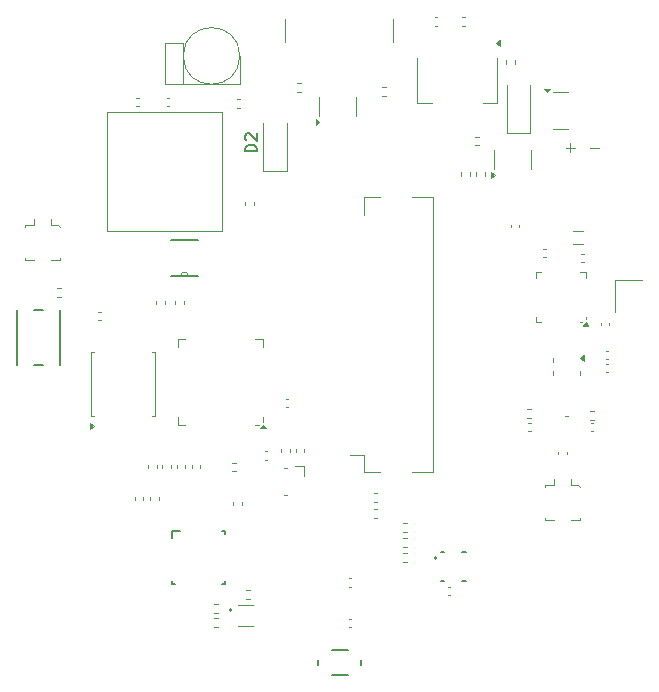
<source format=gbr>
%TF.GenerationSoftware,KiCad,Pcbnew,8.0.1*%
%TF.CreationDate,2024-05-30T22:25:26-04:00*%
%TF.ProjectId,esp32s3,65737033-3273-4332-9e6b-696361645f70,rev?*%
%TF.SameCoordinates,Original*%
%TF.FileFunction,Legend,Top*%
%TF.FilePolarity,Positive*%
%FSLAX46Y46*%
G04 Gerber Fmt 4.6, Leading zero omitted, Abs format (unit mm)*
G04 Created by KiCad (PCBNEW 8.0.1) date 2024-05-30 22:25:26*
%MOMM*%
%LPD*%
G01*
G04 APERTURE LIST*
%ADD10C,0.150000*%
%ADD11C,0.100000*%
%ADD12C,0.152400*%
%ADD13C,0.120000*%
%ADD14C,0.200000*%
%ADD15C,0.127000*%
G04 APERTURE END LIST*
D10*
X123054819Y-56488094D02*
X122054819Y-56488094D01*
X122054819Y-56488094D02*
X122054819Y-56249999D01*
X122054819Y-56249999D02*
X122102438Y-56107142D01*
X122102438Y-56107142D02*
X122197676Y-56011904D01*
X122197676Y-56011904D02*
X122292914Y-55964285D01*
X122292914Y-55964285D02*
X122483390Y-55916666D01*
X122483390Y-55916666D02*
X122626247Y-55916666D01*
X122626247Y-55916666D02*
X122816723Y-55964285D01*
X122816723Y-55964285D02*
X122911961Y-56011904D01*
X122911961Y-56011904D02*
X123007200Y-56107142D01*
X123007200Y-56107142D02*
X123054819Y-56249999D01*
X123054819Y-56249999D02*
X123054819Y-56488094D01*
X122150057Y-55535713D02*
X122102438Y-55488094D01*
X122102438Y-55488094D02*
X122054819Y-55392856D01*
X122054819Y-55392856D02*
X122054819Y-55154761D01*
X122054819Y-55154761D02*
X122102438Y-55059523D01*
X122102438Y-55059523D02*
X122150057Y-55011904D01*
X122150057Y-55011904D02*
X122245295Y-54964285D01*
X122245295Y-54964285D02*
X122340533Y-54964285D01*
X122340533Y-54964285D02*
X122483390Y-55011904D01*
X122483390Y-55011904D02*
X123054819Y-55583332D01*
X123054819Y-55583332D02*
X123054819Y-54964285D01*
D11*
X149203884Y-56191466D02*
X149965789Y-56191466D01*
X149584836Y-56572419D02*
X149584836Y-55810514D01*
X151253884Y-56191466D02*
X152015789Y-56191466D01*
D12*
%TO.C,U12*%
X149230452Y-78940260D02*
G75*
G02*
X149369546Y-78940260I69547J-31140D01*
G01*
D13*
%TO.C,J1*%
X125445000Y-45295000D02*
X125445000Y-47215000D01*
X134605000Y-47215000D02*
X134605000Y-45295000D01*
D12*
%TO.C,SW2*%
X102696201Y-69925901D02*
X102696201Y-74574101D01*
X104138342Y-74574101D02*
X104911660Y-74574101D01*
X106353801Y-74574101D02*
X106353801Y-69925901D01*
X104911660Y-69925901D02*
X104138342Y-69925901D01*
D13*
%TO.C,C19*%
X148540000Y-82107836D02*
X148540000Y-81892164D01*
X149260000Y-82107836D02*
X149260000Y-81892164D01*
%TO.C,C33*%
X139212164Y-93340000D02*
X139427836Y-93340000D01*
X139212164Y-94060000D02*
X139427836Y-94060000D01*
%TO.C,C16*%
X115392164Y-51940000D02*
X115607836Y-51940000D01*
X115392164Y-52660000D02*
X115607836Y-52660000D01*
%TO.C,C18*%
X147507836Y-64740000D02*
X147292164Y-64740000D01*
X147507836Y-65460000D02*
X147292164Y-65460000D01*
%TO.C,Q3*%
X122705000Y-94900000D02*
X121405000Y-94900000D01*
X122705000Y-96700000D02*
X121405000Y-96700000D01*
D10*
X120880000Y-95290000D02*
G75*
G02*
X120730000Y-95290000I-75000J0D01*
G01*
X120730000Y-95290000D02*
G75*
G02*
X120880000Y-95290000I75000J0D01*
G01*
D13*
%TO.C,C1*%
X126336820Y-81917836D02*
X126336820Y-81702164D01*
X127056820Y-81917836D02*
X127056820Y-81702164D01*
%TO.C,R12*%
X151246359Y-78420000D02*
X151553641Y-78420000D01*
X151246359Y-79180000D02*
X151553641Y-79180000D01*
%TO.C,X1*%
X125588180Y-83325000D02*
X125368180Y-83325000D01*
X125588180Y-85545000D02*
X125368180Y-85545000D01*
X126228180Y-83145000D02*
X127018180Y-83145000D01*
X127018180Y-83935000D02*
X127018180Y-83145000D01*
%TO.C,L4*%
X149820378Y-63210000D02*
X150619622Y-63210000D01*
X149820378Y-64330000D02*
X150619622Y-64330000D01*
%TO.C,J4*%
X147400000Y-84700000D02*
X148200000Y-84700000D01*
X147400000Y-84900000D02*
X147400000Y-84700000D01*
X147400000Y-87700000D02*
X147400000Y-87500000D01*
X148200000Y-84700000D02*
X148200000Y-84200000D01*
X148200000Y-87700000D02*
X147400000Y-87700000D01*
X149600000Y-84700000D02*
X149600000Y-84200000D01*
X149600000Y-84700000D02*
X150200000Y-84700000D01*
X150200000Y-84700000D02*
X150400000Y-84900000D01*
X150400000Y-87500000D02*
X150400000Y-87700000D01*
X150400000Y-87700000D02*
X149600000Y-87700000D01*
%TO.C,R16*%
X121020000Y-86146359D02*
X121020000Y-86453641D01*
X121780000Y-86146359D02*
X121780000Y-86453641D01*
%TO.C,R7*%
X133636359Y-51020000D02*
X133943641Y-51020000D01*
X133636359Y-51780000D02*
X133943641Y-51780000D01*
D12*
%TO.C,U9*%
X128225000Y-99551387D02*
X128225000Y-99950413D01*
X129370540Y-100779600D02*
X130737060Y-100779600D01*
X130737060Y-98722200D02*
X129370540Y-98722200D01*
X131882600Y-99950413D02*
X131882600Y-99551387D01*
D13*
%TO.C,J5*%
X137950000Y-83650000D02*
X137950000Y-60350000D01*
X137950000Y-60350000D02*
X136210000Y-60350000D01*
X136210000Y-83650000D02*
X137950000Y-83650000D01*
X132150000Y-83650000D02*
X133490000Y-83650000D01*
X132150000Y-82160000D02*
X132150000Y-83650000D01*
X132150000Y-82160000D02*
X130950000Y-82160000D01*
X132150000Y-61840000D02*
X132150000Y-60350000D01*
X132150000Y-60350000D02*
X133490000Y-60350000D01*
%TO.C,C6*%
X115040000Y-83072164D02*
X115040000Y-83287836D01*
X115760000Y-83072164D02*
X115760000Y-83287836D01*
%TO.C,U10*%
X108975000Y-73475000D02*
X109235000Y-73475000D01*
X108975000Y-76200000D02*
X108975000Y-73475000D01*
X108975000Y-76200000D02*
X108975000Y-78925000D01*
X108975000Y-78925000D02*
X109235000Y-78925000D01*
X114425000Y-73475000D02*
X114165000Y-73475000D01*
X114425000Y-76200000D02*
X114425000Y-73475000D01*
X114425000Y-76200000D02*
X114425000Y-78925000D01*
X114425000Y-78925000D02*
X114165000Y-78925000D01*
X109235000Y-79707500D02*
X108905000Y-79947500D01*
X108905000Y-79467500D01*
X109235000Y-79707500D01*
G36*
X109235000Y-79707500D02*
G01*
X108905000Y-79947500D01*
X108905000Y-79467500D01*
X109235000Y-79707500D01*
G37*
%TO.C,C20*%
X152592164Y-74440000D02*
X152807836Y-74440000D01*
X152592164Y-75160000D02*
X152807836Y-75160000D01*
%TO.C,C14*%
X140412164Y-45140000D02*
X140627836Y-45140000D01*
X140412164Y-45860000D02*
X140627836Y-45860000D01*
%TO.C,R1*%
X106136359Y-68780000D02*
X106443641Y-68780000D01*
X106136359Y-68020000D02*
X106443641Y-68020000D01*
%TO.C,C3*%
X113440000Y-85762164D02*
X113440000Y-85977836D01*
X112720000Y-85762164D02*
X112720000Y-85977836D01*
%TO.C,U3*%
X128290000Y-52662500D02*
X128290000Y-51862500D01*
X128290000Y-52662500D02*
X128290000Y-53462500D01*
X131410000Y-52662500D02*
X131410000Y-51862500D01*
X131410000Y-52662500D02*
X131410000Y-53462500D01*
X128340000Y-53962500D02*
X128010000Y-54202500D01*
X128010000Y-53722500D01*
X128340000Y-53962500D01*
G36*
X128340000Y-53962500D02*
G01*
X128010000Y-54202500D01*
X128010000Y-53722500D01*
X128340000Y-53962500D01*
G37*
D12*
%TO.C,U5*%
X115757000Y-66998600D02*
X116595200Y-66998600D01*
X116595200Y-66998600D02*
X117204800Y-66998600D01*
X117204800Y-66998600D02*
X118043000Y-66998600D01*
X118043000Y-64001400D02*
X115757000Y-64001400D01*
D11*
X116595200Y-66998600D02*
G75*
G02*
X117204800Y-66998600I304800J0D01*
G01*
D13*
%TO.C,Q1_Xtal1*%
X153380000Y-67400000D02*
X153380000Y-70100000D01*
X155680000Y-67400000D02*
X153380000Y-67400000D01*
%TO.C,C11*%
X116140000Y-69387836D02*
X116140000Y-69172164D01*
X116860000Y-69387836D02*
X116860000Y-69172164D01*
%TO.C,R24*%
X119446359Y-94820000D02*
X119753641Y-94820000D01*
X119446359Y-95580000D02*
X119753641Y-95580000D01*
%TO.C,C4*%
X131027836Y-92640000D02*
X130812164Y-92640000D01*
X131027836Y-93360000D02*
X130812164Y-93360000D01*
%TO.C,C7*%
X113840000Y-83072164D02*
X113840000Y-83287836D01*
X114560000Y-83072164D02*
X114560000Y-83287836D01*
%TO.C,C23*%
X152592164Y-73340000D02*
X152807836Y-73340000D01*
X152592164Y-74060000D02*
X152807836Y-74060000D01*
%TO.C,R23*%
X122453641Y-93620000D02*
X122146359Y-93620000D01*
X122453641Y-94380000D02*
X122146359Y-94380000D01*
%TO.C,U4*%
X143140000Y-57200000D02*
X143140000Y-56400000D01*
X143140000Y-57200000D02*
X143140000Y-58000000D01*
X146260000Y-57200000D02*
X146260000Y-56400000D01*
X146260000Y-57200000D02*
X146260000Y-58000000D01*
X143190000Y-58500000D02*
X142860000Y-58740000D01*
X142860000Y-58260000D01*
X143190000Y-58500000D01*
G36*
X143190000Y-58500000D02*
G01*
X142860000Y-58740000D01*
X142860000Y-58260000D01*
X143190000Y-58500000D01*
G37*
%TO.C,C5*%
X123931016Y-81850000D02*
X123715344Y-81850000D01*
X123931016Y-82570000D02*
X123715344Y-82570000D01*
%TO.C,R5*%
X120936359Y-82820000D02*
X121243641Y-82820000D01*
X120936359Y-83580000D02*
X121243641Y-83580000D01*
%TO.C,C24*%
X132992164Y-85440000D02*
X133207836Y-85440000D01*
X132992164Y-86160000D02*
X133207836Y-86160000D01*
%TO.C,R14*%
X135446359Y-87920000D02*
X135753641Y-87920000D01*
X135446359Y-88680000D02*
X135753641Y-88680000D01*
%TO.C,C12*%
X114540000Y-69367836D02*
X114540000Y-69152164D01*
X115260000Y-69367836D02*
X115260000Y-69152164D01*
%TO.C,C22*%
X109612164Y-70040000D02*
X109827836Y-70040000D01*
X109612164Y-70760000D02*
X109827836Y-70760000D01*
%TO.C,R15*%
X135436359Y-89220000D02*
X135743641Y-89220000D01*
X135436359Y-89980000D02*
X135743641Y-89980000D01*
D14*
%TO.C,U11*%
X115875002Y-88625001D02*
X116500002Y-88625001D01*
X115875002Y-89250001D02*
X115875002Y-88625001D01*
X115875002Y-93074999D02*
X115875002Y-92850001D01*
X115875002Y-93074999D02*
X116100000Y-93074999D01*
X120100002Y-88625001D02*
X120325000Y-88625001D01*
X120100002Y-93074999D02*
X120325000Y-93074999D01*
X120325000Y-88849999D02*
X120325000Y-88625001D01*
X120325000Y-93074999D02*
X120325000Y-92850001D01*
D13*
%TO.C,C32*%
X146207836Y-79440000D02*
X145992164Y-79440000D01*
X146207836Y-80160000D02*
X145992164Y-80160000D01*
%TO.C,R4*%
X122020000Y-60746359D02*
X122020000Y-61053641D01*
X122780000Y-60746359D02*
X122780000Y-61053641D01*
%TO.C,R3*%
X121643641Y-52020000D02*
X121336359Y-52020000D01*
X121643641Y-52780000D02*
X121336359Y-52780000D01*
%TO.C,D2*%
X123600000Y-58110000D02*
X123600000Y-54100000D01*
X123600000Y-58110000D02*
X125600000Y-58110000D01*
X125600000Y-58110000D02*
X125600000Y-54100000D01*
%TO.C,D1*%
X144200000Y-54910000D02*
X144200000Y-50900000D01*
X144200000Y-54910000D02*
X146200000Y-54910000D01*
X146200000Y-54910000D02*
X146200000Y-50900000D01*
%TO.C,ATGM336H1*%
D11*
X110350000Y-53150000D02*
X120050000Y-53150000D01*
X120050000Y-63250000D01*
X110350000Y-63250000D01*
X110350000Y-53150000D01*
D13*
%TO.C,C15*%
X113027836Y-51940000D02*
X112812164Y-51940000D01*
X113027836Y-52660000D02*
X112812164Y-52660000D01*
%TO.C,C31*%
X151292164Y-79440000D02*
X151507836Y-79440000D01*
X151292164Y-80160000D02*
X151507836Y-80160000D01*
%TO.C,Q1*%
X148762500Y-51440000D02*
X148112500Y-51440000D01*
X148762500Y-51440000D02*
X149412500Y-51440000D01*
X148762500Y-54560000D02*
X148112500Y-54560000D01*
X148762500Y-54560000D02*
X149412500Y-54560000D01*
X147600000Y-51490000D02*
X147360000Y-51160000D01*
X147840000Y-51160000D01*
X147600000Y-51490000D01*
G36*
X147600000Y-51490000D02*
G01*
X147360000Y-51160000D01*
X147840000Y-51160000D01*
X147600000Y-51490000D01*
G37*
%TO.C,R9*%
X144120000Y-49053641D02*
X144120000Y-48746359D01*
X144880000Y-49053641D02*
X144880000Y-48746359D01*
%TO.C,C8*%
X116240000Y-83072164D02*
X116240000Y-83287836D01*
X116960000Y-83072164D02*
X116960000Y-83287836D01*
%TO.C,U2*%
X136590000Y-48600000D02*
X136590000Y-52360000D01*
X136590000Y-52360000D02*
X137850000Y-52360000D01*
X143410000Y-48600000D02*
X143410000Y-52360000D01*
X143410000Y-52360000D02*
X142150000Y-52360000D01*
X143640000Y-47560000D02*
X143310000Y-47320000D01*
X143640000Y-47080000D01*
X143640000Y-47560000D01*
G36*
X143640000Y-47560000D02*
G01*
X143310000Y-47320000D01*
X143640000Y-47080000D01*
X143640000Y-47560000D01*
G37*
%TO.C,R22*%
X119446359Y-96020000D02*
X119753641Y-96020000D01*
X119446359Y-96780000D02*
X119753641Y-96780000D01*
%TO.C,FL1*%
X148140000Y-74290000D02*
X148140000Y-73965000D01*
X148140000Y-75110000D02*
X148140000Y-75435000D01*
X150360000Y-75110000D02*
X150360000Y-75435000D01*
X150700000Y-74200000D02*
X150370000Y-73960000D01*
X150700000Y-73720000D01*
X150700000Y-74200000D01*
G36*
X150700000Y-74200000D02*
G01*
X150370000Y-73960000D01*
X150700000Y-73720000D01*
X150700000Y-74200000D01*
G37*
%TO.C,R2*%
X114760000Y-86023641D02*
X114760000Y-85716359D01*
X114000000Y-86023641D02*
X114000000Y-85716359D01*
D11*
%TO.C,BT1*%
X121600000Y-48400000D02*
G75*
G02*
X116800000Y-48400000I-2400000J0D01*
G01*
X116800000Y-48400000D02*
G75*
G02*
X121600000Y-48400000I2400000J0D01*
G01*
X121600000Y-48400000D02*
X121600000Y-50800000D01*
X119200000Y-50800000D02*
X121600000Y-50800000D01*
X116800000Y-50800000D02*
X119200000Y-50800000D01*
X116800000Y-50800000D02*
X115300000Y-50800000D01*
X116800000Y-48400000D02*
X116800000Y-50800000D01*
X116800000Y-47300000D02*
X116800000Y-48400000D01*
X115300000Y-50800000D02*
X115300000Y-47300000D01*
X115300000Y-47300000D02*
X116800000Y-47300000D01*
D13*
%TO.C,C9*%
X117540000Y-83072164D02*
X117540000Y-83287836D01*
X118260000Y-83072164D02*
X118260000Y-83287836D01*
%TO.C,R8*%
X141843641Y-55220000D02*
X141536359Y-55220000D01*
X141843641Y-55980000D02*
X141536359Y-55980000D01*
%TO.C,C17*%
X152140000Y-70992164D02*
X152140000Y-71207836D01*
X152860000Y-70992164D02*
X152860000Y-71207836D01*
%TO.C,C2*%
X131027836Y-96040000D02*
X130812164Y-96040000D01*
X131027836Y-96760000D02*
X130812164Y-96760000D01*
%TO.C,R10*%
X141620000Y-58553641D02*
X141620000Y-58246359D01*
X142380000Y-58553641D02*
X142380000Y-58246359D01*
%TO.C,U1*%
X123800000Y-79940000D02*
X123320000Y-79940000D01*
X123560000Y-79610000D01*
X123800000Y-79940000D01*
G36*
X123800000Y-79940000D02*
G01*
X123320000Y-79940000D01*
X123560000Y-79610000D01*
X123800000Y-79940000D01*
G37*
X123560000Y-78960000D02*
X123560000Y-79370000D01*
X123560000Y-72390000D02*
X123560000Y-73040000D01*
X122910000Y-79610000D02*
X123260000Y-79610000D01*
X122910000Y-72390000D02*
X123560000Y-72390000D01*
X116990000Y-79610000D02*
X116340000Y-79610000D01*
X116990000Y-72390000D02*
X116340000Y-72390000D01*
X116340000Y-79610000D02*
X116340000Y-78960000D01*
X116340000Y-72390000D02*
X116340000Y-73040000D01*
%TO.C,R13*%
X146253641Y-78320000D02*
X145946359Y-78320000D01*
X146253641Y-79080000D02*
X145946359Y-79080000D01*
%TO.C,R19*%
X133243641Y-86720000D02*
X132936359Y-86720000D01*
X133243641Y-87480000D02*
X132936359Y-87480000D01*
%TO.C,R6*%
X126743641Y-50720000D02*
X126436359Y-50720000D01*
X126743641Y-51480000D02*
X126436359Y-51480000D01*
%TO.C,R17*%
X135436359Y-90520000D02*
X135743641Y-90520000D01*
X135436359Y-91280000D02*
X135743641Y-91280000D01*
D15*
%TO.C,U8*%
X138915000Y-90411000D02*
X138605000Y-90411000D01*
X138915000Y-92889000D02*
X138605000Y-92889000D01*
X140395000Y-90411000D02*
X140705000Y-90411000D01*
X140395000Y-92889000D02*
X140705000Y-92889000D01*
D14*
X138255000Y-90900000D02*
G75*
G02*
X138055000Y-90900000I-100000J0D01*
G01*
X138055000Y-90900000D02*
G75*
G02*
X138255000Y-90900000I100000J0D01*
G01*
D13*
%TO.C,C13*%
X138092164Y-45140000D02*
X138307836Y-45140000D01*
X138092164Y-45860000D02*
X138307836Y-45860000D01*
%TO.C,U6*%
X151110000Y-71280000D02*
X150630000Y-71280000D01*
X150870000Y-70950000D01*
X151110000Y-71280000D01*
G36*
X151110000Y-71280000D02*
G01*
X150630000Y-71280000D01*
X150870000Y-70950000D01*
X151110000Y-71280000D01*
G37*
X150870000Y-70475000D02*
X150870000Y-70710000D01*
X150870000Y-66730000D02*
X150870000Y-67205000D01*
X150395000Y-70950000D02*
X150570000Y-70950000D01*
X150395000Y-66730000D02*
X150870000Y-66730000D01*
X147125000Y-70950000D02*
X146650000Y-70950000D01*
X147125000Y-66730000D02*
X146650000Y-66730000D01*
X146650000Y-70950000D02*
X146650000Y-70475000D01*
X146650000Y-66730000D02*
X146650000Y-67205000D01*
%TO.C,C21*%
X150697836Y-65160000D02*
X150482164Y-65160000D01*
X150697836Y-65880000D02*
X150482164Y-65880000D01*
%TO.C,C10*%
X125492164Y-77420000D02*
X125707836Y-77420000D01*
X125492164Y-78140000D02*
X125707836Y-78140000D01*
%TO.C,J3*%
X103400000Y-62700000D02*
X104200000Y-62700000D01*
X103400000Y-62900000D02*
X103400000Y-62700000D01*
X103400000Y-65700000D02*
X103400000Y-65500000D01*
X104200000Y-62700000D02*
X104200000Y-62200000D01*
X104200000Y-65700000D02*
X103400000Y-65700000D01*
X105600000Y-62700000D02*
X105600000Y-62200000D01*
X105600000Y-62700000D02*
X106200000Y-62700000D01*
X106200000Y-62700000D02*
X106400000Y-62900000D01*
X106400000Y-65500000D02*
X106400000Y-65700000D01*
X106400000Y-65700000D02*
X105600000Y-65700000D01*
%TO.C,R18*%
X125120000Y-81656359D02*
X125120000Y-81963641D01*
X125880000Y-81656359D02*
X125880000Y-81963641D01*
%TO.C,C25*%
X145260000Y-62672164D02*
X145260000Y-62887836D01*
X144540000Y-62672164D02*
X144540000Y-62887836D01*
%TO.C,R11*%
X140320000Y-58246359D02*
X140320000Y-58553641D01*
X141080000Y-58246359D02*
X141080000Y-58553641D01*
%TD*%
M02*

</source>
